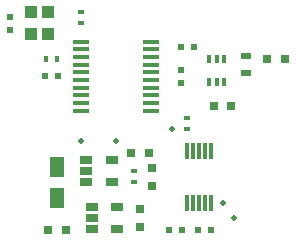
<source format=gtp>
G04 #@! TF.FileFunction,Paste,Top*
%FSLAX46Y46*%
G04 Gerber Fmt 4.6, Leading zero omitted, Abs format (unit mm)*
G04 Created by KiCad (PCBNEW (after 2015-mar-04 BZR unknown)-product) date Sat 20 Jun 2015 01:48:00 AM EDT*
%MOMM*%
G01*
G04 APERTURE LIST*
%ADD10C,0.100000*%
%ADD11R,0.500000X0.600000*%
%ADD12R,0.800000X0.750000*%
%ADD13R,1.230000X1.800000*%
%ADD14R,0.750000X0.800000*%
%ADD15R,0.600000X0.500000*%
%ADD16R,0.797560X0.797560*%
%ADD17R,0.600000X0.400000*%
%ADD18R,0.400000X0.600000*%
%ADD19R,0.900000X0.500000*%
%ADD20C,0.508000*%
%ADD21R,1.000000X1.100000*%
%ADD22R,1.060000X0.650000*%
%ADD23R,1.450000X0.450000*%
%ADD24R,0.300000X1.400000*%
%ADD25R,0.398780X0.749300*%
G04 APERTURE END LIST*
D10*
D11*
X120000000Y-66950000D03*
X120000000Y-68050000D03*
D12*
X137250000Y-74500000D03*
X138750000Y-74500000D03*
X143250000Y-70500000D03*
X141750000Y-70500000D03*
D13*
X124000000Y-82310000D03*
X124000000Y-79690000D03*
D12*
X124750000Y-85000000D03*
X123250000Y-85000000D03*
D14*
X131000000Y-83250000D03*
X131000000Y-84750000D03*
D12*
X130250000Y-78500000D03*
X131750000Y-78500000D03*
D15*
X124050000Y-72000000D03*
X122950000Y-72000000D03*
D11*
X134500000Y-71450000D03*
X134500000Y-72550000D03*
D15*
X135950000Y-85000000D03*
X137050000Y-85000000D03*
X133450000Y-85000000D03*
X134550000Y-85000000D03*
X135550000Y-69500000D03*
X134450000Y-69500000D03*
D16*
X132000000Y-79750700D03*
X132000000Y-81249300D03*
D17*
X135000000Y-75550000D03*
X135000000Y-76450000D03*
X130500000Y-80950000D03*
X130500000Y-80050000D03*
D18*
X123050000Y-70500000D03*
X123950000Y-70500000D03*
D17*
X126000000Y-67450000D03*
X126000000Y-66550000D03*
D19*
X140000000Y-70250000D03*
X140000000Y-71750000D03*
D20*
X126000000Y-77500000D03*
X129000000Y-77500000D03*
X138950000Y-84000000D03*
X138050000Y-82700000D03*
X133750000Y-76450000D03*
D21*
X121750000Y-66550000D03*
X121750000Y-68450000D03*
X123250000Y-68450000D03*
X123250000Y-66550000D03*
D22*
X126400000Y-79050000D03*
X126400000Y-80000000D03*
X126400000Y-80950000D03*
X128600000Y-80950000D03*
X128600000Y-79050000D03*
X126900000Y-83050000D03*
X126900000Y-84000000D03*
X126900000Y-84950000D03*
X129100000Y-84950000D03*
X129100000Y-83050000D03*
D23*
X126050000Y-69075000D03*
X126050000Y-69725000D03*
X126050000Y-70375000D03*
X126050000Y-71025000D03*
X126050000Y-71675000D03*
X126050000Y-72325000D03*
X126050000Y-72975000D03*
X126050000Y-73625000D03*
X126050000Y-74275000D03*
X126050000Y-74925000D03*
X131950000Y-74925000D03*
X131950000Y-74275000D03*
X131950000Y-73625000D03*
X131950000Y-72975000D03*
X131950000Y-72325000D03*
X131950000Y-71675000D03*
X131950000Y-71025000D03*
X131950000Y-70375000D03*
X131950000Y-69725000D03*
X131950000Y-69075000D03*
D24*
X135000000Y-82700000D03*
X135500000Y-82700000D03*
X136000000Y-82700000D03*
X136500000Y-82700000D03*
X137000000Y-82700000D03*
X137000000Y-78300000D03*
X136500000Y-78300000D03*
X136000000Y-78300000D03*
X135500000Y-78300000D03*
X135000000Y-78300000D03*
D25*
X136849760Y-72449960D03*
X137500000Y-72449960D03*
X138150240Y-72449960D03*
X138150240Y-70550040D03*
X137500000Y-70550040D03*
X136849760Y-70550040D03*
M02*

</source>
